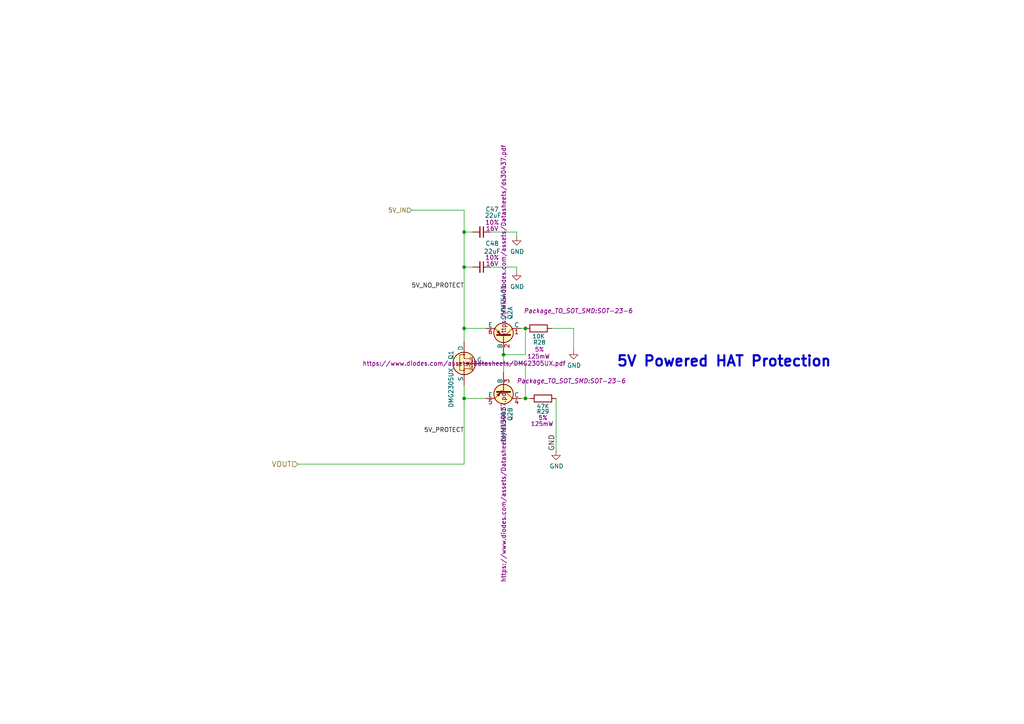
<source format=kicad_sch>
(kicad_sch (version 20230121) (generator eeschema)

  (uuid 53e5609f-98d5-4715-ba39-56687a9bb58a)

  (paper "A4")

  (lib_symbols
    (symbol "power:GND" (power) (pin_names (offset 0)) (in_bom yes) (on_board yes)
      (property "Reference" "#PWR" (at 0 -6.35 0)
        (effects (font (size 1.27 1.27)) hide)
      )
      (property "Value" "GND" (at 0 -3.81 0)
        (effects (font (size 1.27 1.27)))
      )
      (property "Footprint" "" (at 0 0 0)
        (effects (font (size 1.27 1.27)) hide)
      )
      (property "Datasheet" "" (at 0 0 0)
        (effects (font (size 1.27 1.27)) hide)
      )
      (property "ki_keywords" "global power" (at 0 0 0)
        (effects (font (size 1.27 1.27)) hide)
      )
      (property "ki_description" "Power symbol creates a global label with name \"GND\" , ground" (at 0 0 0)
        (effects (font (size 1.27 1.27)) hide)
      )
      (symbol "GND_0_1"
        (polyline
          (pts
            (xy 0 0)
            (xy 0 -1.27)
            (xy 1.27 -1.27)
            (xy 0 -2.54)
            (xy -1.27 -1.27)
            (xy 0 -1.27)
          )
          (stroke (width 0) (type default))
          (fill (type none))
        )
      )
      (symbol "GND_1_1"
        (pin power_in line (at 0 0 270) (length 0) hide
          (name "GND" (effects (font (size 1.27 1.27))))
          (number "1" (effects (font (size 1.27 1.27))))
        )
      )
    )
    (symbol "satnogs_controller-rescue:C_Small-Device" (pin_numbers hide) (pin_names (offset 0.254) hide) (in_bom yes) (on_board yes)
      (property "Reference" "C" (at 0.254 1.778 0)
        (effects (font (size 1.27 1.27)) (justify left))
      )
      (property "Value" "C_Small-Device" (at 0.254 -2.032 0)
        (effects (font (size 1.27 1.27)) (justify left))
      )
      (property "Footprint" "" (at 0 0 0)
        (effects (font (size 1.27 1.27)) hide)
      )
      (property "Datasheet" "" (at 0 0 0)
        (effects (font (size 1.27 1.27)) hide)
      )
      (property "ki_fp_filters" "C_*" (at 0 0 0)
        (effects (font (size 1.27 1.27)) hide)
      )
      (symbol "C_Small-Device_0_1"
        (polyline
          (pts
            (xy -1.524 -0.508)
            (xy 1.524 -0.508)
          )
          (stroke (width 0.3302) (type solid))
          (fill (type none))
        )
        (polyline
          (pts
            (xy -1.524 0.508)
            (xy 1.524 0.508)
          )
          (stroke (width 0.3048) (type solid))
          (fill (type none))
        )
      )
      (symbol "C_Small-Device_1_1"
        (pin passive line (at 0 2.54 270) (length 2.032)
          (name "~" (effects (font (size 1.27 1.27))))
          (number "1" (effects (font (size 1.27 1.27))))
        )
        (pin passive line (at 0 -2.54 90) (length 2.032)
          (name "~" (effects (font (size 1.27 1.27))))
          (number "2" (effects (font (size 1.27 1.27))))
        )
      )
    )
    (symbol "satnogs_controller-rescue:DMG2305UX-raspberrypi_hat" (pin_numbers hide) (pin_names (offset 0)) (in_bom yes) (on_board yes)
      (property "Reference" "Q" (at -2.54 3.81 0)
        (effects (font (size 1.27 1.27)) (justify right))
      )
      (property "Value" "DMG2305UX-raspberrypi_hat" (at 12.7 3.81 0)
        (effects (font (size 1.27 1.27)) (justify right))
      )
      (property "Footprint" "" (at 5.08 4.953 0)
        (effects (font (size 1.27 1.27)))
      )
      (property "Datasheet" "" (at -2.54 0 0)
        (effects (font (size 1.27 1.27)))
      )
      (property "ki_fp_filters" "SOT-23" (at 0 0 0)
        (effects (font (size 1.27 1.27)) hide)
      )
      (symbol "DMG2305UX-raspberrypi_hat_0_1"
        (polyline
          (pts
            (xy -2.54 0)
            (xy -2.286 0)
          )
          (stroke (width 0.254) (type solid))
          (fill (type none))
        )
        (polyline
          (pts
            (xy -1.778 -1.524)
            (xy 0 -1.524)
          )
          (stroke (width 0) (type solid))
          (fill (type none))
        )
        (polyline
          (pts
            (xy -1.778 -1.016)
            (xy -1.778 -2.032)
          )
          (stroke (width 0) (type solid))
          (fill (type none))
        )
        (polyline
          (pts
            (xy -1.778 0)
            (xy 0 0)
          )
          (stroke (width 0) (type solid))
          (fill (type none))
        )
        (polyline
          (pts
            (xy -1.778 0.508)
            (xy -1.778 -0.508)
          )
          (stroke (width 0) (type solid))
          (fill (type none))
        )
        (polyline
          (pts
            (xy -1.778 1.397)
            (xy 0 1.397)
          )
          (stroke (width 0) (type solid))
          (fill (type none))
        )
        (polyline
          (pts
            (xy -1.778 1.905)
            (xy -1.778 0.889)
          )
          (stroke (width 0) (type solid))
          (fill (type none))
        )
        (polyline
          (pts
            (xy 0 -2.032)
            (xy 0 -2.921)
          )
          (stroke (width 0) (type solid))
          (fill (type none))
        )
        (polyline
          (pts
            (xy 0 -1.778)
            (xy 0 0)
          )
          (stroke (width 0) (type solid))
          (fill (type none))
        )
        (polyline
          (pts
            (xy 0 -1.27)
            (xy 0 -2.032)
          )
          (stroke (width 0) (type solid))
          (fill (type none))
        )
        (polyline
          (pts
            (xy 0 1.524)
            (xy 0 2.794)
          )
          (stroke (width 0) (type solid))
          (fill (type none))
        )
        (polyline
          (pts
            (xy 0 2.159)
            (xy 0 1.397)
          )
          (stroke (width 0) (type solid))
          (fill (type none))
        )
        (polyline
          (pts
            (xy 0.889 -0.5334)
            (xy 1.6764 -0.508)
          )
          (stroke (width 0) (type solid))
          (fill (type none))
        )
        (polyline
          (pts
            (xy -2.286 1.778)
            (xy -2.286 -1.905)
            (xy -2.286 -1.397)
            (xy -2.286 -1.651)
          )
          (stroke (width 0.254) (type solid))
          (fill (type none))
        )
        (polyline
          (pts
            (xy -0.381 0)
            (xy -1.397 0.381)
            (xy -1.397 -0.381)
            (xy -0.381 0)
          )
          (stroke (width 0) (type solid))
          (fill (type outline))
        )
        (polyline
          (pts
            (xy 1.27 -0.4572)
            (xy 0.9906 0.1524)
            (xy 1.524 0.1524)
            (xy 1.2446 -0.4572)
          )
          (stroke (width 0) (type solid))
          (fill (type outline))
        )
        (polyline
          (pts
            (xy 0 2.54)
            (xy 1.27 2.54)
            (xy 1.27 0.508)
            (xy 1.27 -2.032)
            (xy 0 -2.032)
          )
          (stroke (width 0) (type solid))
          (fill (type none))
        )
        (circle (center 0 0) (radius 3.2512)
          (stroke (width 0.254) (type solid))
          (fill (type background))
        )
        (circle (center 0.0254 -2.032) (radius 0.1524)
          (stroke (width 0) (type solid))
          (fill (type outline))
        )
        (circle (center 0.0254 2.54) (radius 0.1778)
          (stroke (width 0) (type solid))
          (fill (type outline))
        )
      )
      (symbol "DMG2305UX-raspberrypi_hat_1_1"
        (pin input line (at -6.35 0 0) (length 3.81)
          (name "G" (effects (font (size 1.27 1.27))))
          (number "1" (effects (font (size 1.27 1.27))))
        )
        (pin passive line (at 0 -6.35 90) (length 3.81)
          (name "S" (effects (font (size 1.27 1.27))))
          (number "2" (effects (font (size 1.27 1.27))))
        )
        (pin passive line (at 0 6.35 270) (length 3.81)
          (name "D" (effects (font (size 1.27 1.27))))
          (number "3" (effects (font (size 1.27 1.27))))
        )
      )
    )
    (symbol "satnogs_controller-rescue:DMMT5401-raspberrypi_hat" (pin_names (offset 0)) (in_bom yes) (on_board yes)
      (property "Reference" "Q" (at 5.08 1.905 0)
        (effects (font (size 1.27 1.27)) (justify left))
      )
      (property "Value" "DMMT5401-raspberrypi_hat" (at 5.08 0 0)
        (effects (font (size 1.27 1.27)) (justify left))
      )
      (property "Footprint" "SOT-26" (at 5.08 -1.905 0)
        (effects (font (size 1.27 1.27) italic) (justify left))
      )
      (property "Datasheet" "" (at 0 0 0)
        (effects (font (size 1.27 1.27)) (justify left))
      )
      (property "ki_fp_filters" "SOT-26" (at 0 0 0)
        (effects (font (size 1.27 1.27)) hide)
      )
      (symbol "DMMT5401-raspberrypi_hat_0_1"
        (polyline
          (pts
            (xy 0 0)
            (xy 0.635 0)
          )
          (stroke (width 0) (type solid))
          (fill (type none))
        )
        (polyline
          (pts
            (xy 2.54 -2.54)
            (xy 0.635 -0.635)
          )
          (stroke (width 0) (type solid))
          (fill (type none))
        )
        (polyline
          (pts
            (xy 2.54 2.54)
            (xy 0.635 0.635)
          )
          (stroke (width 0) (type solid))
          (fill (type none))
        )
        (polyline
          (pts
            (xy 0.635 1.905)
            (xy 0.635 -1.905)
            (xy 0.635 -1.905)
          )
          (stroke (width 0.508) (type solid))
          (fill (type outline))
        )
        (polyline
          (pts
            (xy 1.397 -1.905)
            (xy 1.905 -1.397)
            (xy 0.889 -0.889)
            (xy 1.397 -1.905)
            (xy 1.397 -1.905)
          )
          (stroke (width 0) (type solid))
          (fill (type outline))
        )
        (circle (center 1.27 0) (radius 2.8194)
          (stroke (width 0.254) (type solid))
          (fill (type background))
        )
      )
      (symbol "DMMT5401-raspberrypi_hat_1_1"
        (pin passive line (at 2.54 5.08 270) (length 2.54)
          (name "C" (effects (font (size 1.27 1.27))))
          (number "1" (effects (font (size 1.27 1.27))))
        )
        (pin input line (at -5.08 0 0) (length 5.08)
          (name "B" (effects (font (size 1.27 1.27))))
          (number "2" (effects (font (size 1.27 1.27))))
        )
        (pin passive line (at 2.54 -5.08 90) (length 2.54)
          (name "E" (effects (font (size 1.27 1.27))))
          (number "6" (effects (font (size 1.27 1.27))))
        )
      )
      (symbol "DMMT5401-raspberrypi_hat_2_1"
        (pin input line (at -5.08 0 0) (length 5.08)
          (name "B" (effects (font (size 1.27 1.27))))
          (number "3" (effects (font (size 1.27 1.27))))
        )
        (pin passive line (at 2.54 5.08 270) (length 2.54)
          (name "C" (effects (font (size 1.27 1.27))))
          (number "4" (effects (font (size 1.27 1.27))))
        )
        (pin passive line (at 2.54 -5.08 90) (length 2.54)
          (name "E" (effects (font (size 1.27 1.27))))
          (number "5" (effects (font (size 1.27 1.27))))
        )
      )
    )
    (symbol "satnogs_controller-rescue:GND-power" (power) (pin_names (offset 0)) (in_bom yes) (on_board yes)
      (property "Reference" "#PWR" (at 0 -6.35 0)
        (effects (font (size 1.27 1.27)) hide)
      )
      (property "Value" "GND-power" (at 0 -3.81 0)
        (effects (font (size 1.27 1.27)))
      )
      (property "Footprint" "" (at 0 0 0)
        (effects (font (size 1.27 1.27)) hide)
      )
      (property "Datasheet" "" (at 0 0 0)
        (effects (font (size 1.27 1.27)) hide)
      )
      (symbol "GND-power_0_1"
        (polyline
          (pts
            (xy 0 0)
            (xy 0 -1.27)
            (xy 1.27 -1.27)
            (xy 0 -2.54)
            (xy -1.27 -1.27)
            (xy 0 -1.27)
          )
          (stroke (width 0) (type solid))
          (fill (type none))
        )
      )
      (symbol "GND-power_1_1"
        (pin power_in line (at 0 0 270) (length 0) hide
          (name "GND" (effects (font (size 1.27 1.27))))
          (number "1" (effects (font (size 1.27 1.27))))
        )
      )
    )
    (symbol "satnogs_controller-rescue:R-Device" (pin_numbers hide) (pin_names (offset 0)) (in_bom yes) (on_board yes)
      (property "Reference" "R" (at 2.032 0 90)
        (effects (font (size 1.27 1.27)))
      )
      (property "Value" "R-Device" (at 0 0 90)
        (effects (font (size 1.27 1.27)))
      )
      (property "Footprint" "" (at -1.778 0 90)
        (effects (font (size 1.27 1.27)) hide)
      )
      (property "Datasheet" "" (at 0 0 0)
        (effects (font (size 1.27 1.27)) hide)
      )
      (property "ki_fp_filters" "R_*" (at 0 0 0)
        (effects (font (size 1.27 1.27)) hide)
      )
      (symbol "R-Device_0_1"
        (rectangle (start -1.016 -2.54) (end 1.016 2.54)
          (stroke (width 0.254) (type solid))
          (fill (type none))
        )
      )
      (symbol "R-Device_1_1"
        (pin passive line (at 0 3.81 270) (length 1.27)
          (name "~" (effects (font (size 1.27 1.27))))
          (number "1" (effects (font (size 1.27 1.27))))
        )
        (pin passive line (at 0 -3.81 90) (length 1.27)
          (name "~" (effects (font (size 1.27 1.27))))
          (number "2" (effects (font (size 1.27 1.27))))
        )
      )
    )
  )

  (junction (at 152.4 95.25) (diameter 0) (color 0 0 0 0)
    (uuid 0a31a784-fc14-4591-9254-ae075a2ffea0)
  )
  (junction (at 134.62 115.57) (diameter 0) (color 0 0 0 0)
    (uuid 3fdccb9a-eb8c-4c90-aeba-41e3d69040be)
  )
  (junction (at 134.62 95.25) (diameter 0) (color 0 0 0 0)
    (uuid a4215ba0-c3f0-4736-a5c8-49b35ae3110d)
  )
  (junction (at 152.4 115.57) (diameter 0) (color 0 0 0 0)
    (uuid b0fd100d-6752-44d6-bcc4-1e304c2018e2)
  )
  (junction (at 134.62 77.47) (diameter 0) (color 0 0 0 0)
    (uuid d2fed349-d3e7-4496-8a7f-a9be5d950bb7)
  )
  (junction (at 134.62 67.31) (diameter 0) (color 0 0 0 0)
    (uuid e176b90f-1a3c-4b4d-9958-a9a489627f10)
  )
  (junction (at 146.05 102.87) (diameter 0) (color 0 0 0 0)
    (uuid fdcad953-91c6-4fd7-883a-af95e9cce56f)
  )

  (wire (pts (xy 161.29 115.57) (xy 161.29 130.81))
    (stroke (width 0) (type default))
    (uuid 0eecc2fa-c701-42e5-a6b0-c00f28f4eddc)
  )
  (wire (pts (xy 134.62 115.57) (xy 134.62 134.62))
    (stroke (width 0) (type default))
    (uuid 17f28b2b-edce-4c56-96ed-c855bedf506b)
  )
  (wire (pts (xy 152.4 102.87) (xy 152.4 95.25))
    (stroke (width 0) (type default))
    (uuid 1a982658-7888-49c2-b7e1-348573cbc83d)
  )
  (wire (pts (xy 142.24 77.47) (xy 149.86 77.47))
    (stroke (width 0) (type default))
    (uuid 39cb36b8-a84e-4fb6-a1a5-0d95557951cf)
  )
  (wire (pts (xy 134.62 111.76) (xy 134.62 115.57))
    (stroke (width 0) (type default))
    (uuid 3dbbfffd-4118-4b50-a84b-1fa48011fead)
  )
  (wire (pts (xy 166.37 95.25) (xy 160.02 95.25))
    (stroke (width 0) (type default))
    (uuid 3e7a66b2-72d9-42fd-bf78-19c9dce07eb3)
  )
  (wire (pts (xy 149.86 67.31) (xy 149.86 68.58))
    (stroke (width 0) (type default))
    (uuid 4351c282-b0b7-420f-8c7e-d01cf9614bf3)
  )
  (wire (pts (xy 134.62 95.25) (xy 140.97 95.25))
    (stroke (width 0) (type default))
    (uuid 445eeb42-9c46-4bc1-8634-0b1665a91e46)
  )
  (wire (pts (xy 166.37 95.25) (xy 166.37 101.6))
    (stroke (width 0) (type default))
    (uuid 44a34b3f-1a1e-44fc-88c9-4caa5bc6b254)
  )
  (wire (pts (xy 153.67 115.57) (xy 152.4 115.57))
    (stroke (width 0) (type default))
    (uuid 4ca2598a-7377-4b8a-a860-502675898eee)
  )
  (wire (pts (xy 134.62 67.31) (xy 134.62 77.47))
    (stroke (width 0) (type default))
    (uuid 5bda96a1-efc6-499c-aea8-46becebf8d8e)
  )
  (wire (pts (xy 146.05 107.95) (xy 146.05 102.87))
    (stroke (width 0) (type default))
    (uuid 6339fc37-50d1-4a66-b40f-09b3aaa28764)
  )
  (wire (pts (xy 146.05 102.87) (xy 152.4 102.87))
    (stroke (width 0) (type default))
    (uuid 648f1c9e-65fc-4c32-92b1-9f2578cac67f)
  )
  (wire (pts (xy 149.86 77.47) (xy 149.86 78.74))
    (stroke (width 0) (type default))
    (uuid 6b444f5c-00df-4309-8664-dc569283514b)
  )
  (wire (pts (xy 134.62 67.31) (xy 137.16 67.31))
    (stroke (width 0) (type default))
    (uuid 6ce6f81d-b860-4efe-9739-f67f16cefde9)
  )
  (wire (pts (xy 134.62 115.57) (xy 140.97 115.57))
    (stroke (width 0) (type default))
    (uuid 6e9773f5-4107-45a5-b78b-4fc443540118)
  )
  (wire (pts (xy 134.62 77.47) (xy 137.16 77.47))
    (stroke (width 0) (type default))
    (uuid 7bae91c8-d55b-4e37-8907-1b2b75a9cb3f)
  )
  (wire (pts (xy 134.62 77.47) (xy 134.62 95.25))
    (stroke (width 0) (type default))
    (uuid 7d6d34b5-25b9-44a4-b964-876257187510)
  )
  (wire (pts (xy 86.36 134.62) (xy 134.62 134.62))
    (stroke (width 0) (type default))
    (uuid 86feaa0f-8bd0-4175-8d0a-011b677d43dc)
  )
  (wire (pts (xy 134.62 60.96) (xy 134.62 67.31))
    (stroke (width 0) (type default))
    (uuid 8f3d48a8-c374-4351-86ed-400a18ab2c2e)
  )
  (wire (pts (xy 151.13 95.25) (xy 152.4 95.25))
    (stroke (width 0) (type default))
    (uuid 9a209db3-96c9-4f99-8aa9-95ffa7d2bb0f)
  )
  (wire (pts (xy 134.62 95.25) (xy 134.62 99.06))
    (stroke (width 0) (type default))
    (uuid d4a3b1e0-2e60-4515-9502-9a99482f5275)
  )
  (wire (pts (xy 142.24 67.31) (xy 149.86 67.31))
    (stroke (width 0) (type default))
    (uuid dcaca3d9-92a4-462e-b433-4dd4a364b414)
  )
  (wire (pts (xy 152.4 105.41) (xy 152.4 115.57))
    (stroke (width 0) (type default))
    (uuid dd12fa14-68c5-484a-8e82-3d6c19fd4f27)
  )
  (wire (pts (xy 140.97 105.41) (xy 152.4 105.41))
    (stroke (width 0) (type default))
    (uuid e8a9a08e-7ee1-49be-88eb-2dddf52c82d0)
  )
  (wire (pts (xy 134.62 60.96) (xy 119.38 60.96))
    (stroke (width 0) (type default))
    (uuid f15ebef4-6a74-4149-b977-99a2805a6b6f)
  )
  (wire (pts (xy 151.13 115.57) (xy 152.4 115.57))
    (stroke (width 0) (type default))
    (uuid f35e8ca7-8f53-4712-adfa-828f65210ee2)
  )

  (text "5V Powered HAT Protection" (at 241.3 106.68 0)
    (effects (font (size 2.9972 2.9972) (thickness 0.5994) bold) (justify right bottom))
    (uuid e10a2faf-0764-4203-937e-a1694f21ddcc)
  )

  (label "5V_NO_PROTECT" (at 134.62 83.82 180) (fields_autoplaced)
    (effects (font (size 1.27 1.27)) (justify right bottom))
    (uuid 46876ee9-fc7e-46e7-8004-072f03afbe44)
  )
  (label "GND" (at 161.29 130.81 90) (fields_autoplaced)
    (effects (font (size 1.524 1.524)) (justify left bottom))
    (uuid 621f4107-3d73-453a-9f1e-a4bc2fe2fb20)
  )
  (label "5V_PROTECT" (at 134.62 125.73 180) (fields_autoplaced)
    (effects (font (size 1.27 1.27)) (justify right bottom))
    (uuid 9504acd1-5091-4100-878b-6d0e38c2be74)
  )

  (hierarchical_label "5V_IN" (shape input) (at 119.38 60.96 180) (fields_autoplaced)
    (effects (font (size 1.27 1.27)) (justify right))
    (uuid 1801e523-8810-43c4-9c6f-00d2a79c4e61)
  )
  (hierarchical_label "VOUT" (shape input) (at 86.36 134.62 180) (fields_autoplaced)
    (effects (font (size 1.524 1.524)) (justify right))
    (uuid 2ea9329e-90f9-44da-9924-8f5b914a39df)
  )

  (symbol (lib_id "satnogs_controller-rescue:DMG2305UX-raspberrypi_hat") (at 134.62 105.41 0) (mirror y) (unit 1)
    (in_bom yes) (on_board yes) (dnp no)
    (uuid 302b95d7-1592-43df-8c2a-7f63ebba10ad)
    (property "Reference" "Q1" (at 130.81 101.6 90)
      (effects (font (size 1.27 1.27)) (justify right))
    )
    (property "Value" "DMG2305UX" (at 130.81 106.68 90)
      (effects (font (size 1.27 1.27)) (justify right))
    )
    (property "Footprint" "Package_TO_SOT_SMD:SOT-23" (at 129.54 102.87 0)
      (effects (font (size 1.27 1.27)) hide)
    )
    (property "Datasheet" "https://www.diodes.com/assets/Datasheets/DMG2305UX.pdf" (at 134.62 105.41 0)
      (effects (font (size 1.27 1.27)))
    )
    (property "Supplier" "Digikey" (at 134.62 105.41 0)
      (effects (font (size 1.27 1.27)) hide)
    )
    (property "Supplier part number" "DMG2305UX-7" (at 134.62 105.41 0)
      (effects (font (size 1.27 1.27)) hide)
    )
    (pin "1" (uuid a5a190fb-e6ed-4835-9021-9c3b03d49850))
    (pin "2" (uuid 16dc17bf-7d44-486e-92c9-a796aaeefae7))
    (pin "3" (uuid f93054d4-faee-43a6-aae0-2710bacf1692))
    (instances
      (project "fluidics"
        (path "/5aff9a6f-f35d-45e7-96e9-9f7161704ccd/82f17621-fbfd-454c-bb5d-ac612fea99d6"
          (reference "Q1") (unit 1)
        )
      )
      (project "RPi_HAT"
        (path "/66da55b6-201f-4960-83ee-6392bc203a2d/00000000-0000-0000-0000-00005ff67b1a"
          (reference "Q1") (unit 1)
        )
      )
      (project "RPi_PSU"
        (path "/6e22f5f8-6f6b-41ee-b9bc-3b7f6443ef15/d55e41de-2c6a-4237-9a64-7f03ed8375b9"
          (reference "Q1") (unit 1)
        )
      )
    )
  )

  (symbol (lib_id "satnogs_controller-rescue:R-Device") (at 156.21 95.25 270) (unit 1)
    (in_bom yes) (on_board yes) (dnp no)
    (uuid 38cbef87-8f4e-462b-9f5f-ae42c6df2763)
    (property "Reference" "R28" (at 156.464 99.314 90)
      (effects (font (size 1.2 1.2)))
    )
    (property "Value" "10K" (at 156.21 97.536 90)
      (effects (font (size 1.2 1.2)))
    )
    (property "Footprint" "Resistor_SMD:R_0805_2012Metric_Pad1.20x1.40mm_HandSolder" (at 156.21 93.472 90)
      (effects (font (size 1.27 1.27)) hide)
    )
    (property "Datasheet" "https://www.seielect.com/catalog/sei-rmcf_rmcp.pdf" (at 156.21 95.25 0)
      (effects (font (size 1.27 1.27)) hide)
    )
    (property "Power" "125mW" (at 156.21 103.378 90)
      (effects (font (size 1.2 1.2)))
    )
    (property "Tolerance" "5%" (at 156.464 101.346 90)
      (effects (font (size 1.2 1.2)))
    )
    (property "Supplier" "Digikey" (at 156.21 95.25 0)
      (effects (font (size 1.27 1.27)) hide)
    )
    (property "Supplier part number" "RMCF0805JT10K0" (at 156.21 95.25 0)
      (effects (font (size 1.27 1.27)) hide)
    )
    (pin "1" (uuid 58fcb8b8-b839-4103-942c-0e0f85785d2b))
    (pin "2" (uuid 4d9acea1-be6d-403e-952b-02eee9eed409))
    (instances
      (project "fluidics"
        (path "/5aff9a6f-f35d-45e7-96e9-9f7161704ccd/82f17621-fbfd-454c-bb5d-ac612fea99d6"
          (reference "R28") (unit 1)
        )
      )
      (project "RPi_HAT"
        (path "/66da55b6-201f-4960-83ee-6392bc203a2d/00000000-0000-0000-0000-00005ff67b1a"
          (reference "R23") (unit 1)
        )
      )
      (project "RPi_PSU"
        (path "/6e22f5f8-6f6b-41ee-b9bc-3b7f6443ef15/d55e41de-2c6a-4237-9a64-7f03ed8375b9"
          (reference "R4") (unit 1)
        )
      )
    )
  )

  (symbol (lib_id "satnogs_controller-rescue:DMMT5401-raspberrypi_hat") (at 146.05 113.03 270) (unit 2)
    (in_bom yes) (on_board yes) (dnp no)
    (uuid 4eb5f647-22d1-44a6-a80f-fa9915f9d67e)
    (property "Reference" "Q2" (at 147.955 118.11 0)
      (effects (font (size 1.27 1.27)) (justify left))
    )
    (property "Value" "DMMT5401" (at 146.05 118.11 0)
      (effects (font (size 1.27 1.27)) (justify left))
    )
    (property "Footprint" "Package_TO_SOT_SMD:SOT-23-6" (at 149.86 110.49 90)
      (effects (font (size 1.27 1.27) italic) (justify left))
    )
    (property "Datasheet" "https://www.diodes.com/assets/Datasheets/ds30437.pdf" (at 146.05 113.03 0)
      (effects (font (size 1.27 1.27)) (justify left))
    )
    (property "Supplier" "Digikey" (at 146.05 113.03 0)
      (effects (font (size 1.27 1.27)) hide)
    )
    (property "Supplier part number" "DMMT5401-7-F" (at 146.05 113.03 0)
      (effects (font (size 1.27 1.27)) hide)
    )
    (pin "1" (uuid 975300e4-523b-463e-b462-142f4e65c13a))
    (pin "2" (uuid da9cc76e-ef4b-449e-a120-2fd72db8e2de))
    (pin "6" (uuid 7b41d2ea-e910-4cd8-abfe-d9be6878c47c))
    (pin "3" (uuid 8b10b7a1-f559-4485-9f3d-bc965a1443e5))
    (pin "4" (uuid 16cf7d2a-7dcd-47e3-bb8b-942632327a00))
    (pin "5" (uuid 0ff8012a-78fa-40fc-bc5c-17102540ee92))
    (instances
      (project "fluidics"
        (path "/5aff9a6f-f35d-45e7-96e9-9f7161704ccd/82f17621-fbfd-454c-bb5d-ac612fea99d6"
          (reference "Q2") (unit 2)
        )
      )
      (project "RPi_HAT"
        (path "/66da55b6-201f-4960-83ee-6392bc203a2d/00000000-0000-0000-0000-00005ff67b1a"
          (reference "Q2") (unit 2)
        )
      )
      (project "RPi_PSU"
        (path "/6e22f5f8-6f6b-41ee-b9bc-3b7f6443ef15/d55e41de-2c6a-4237-9a64-7f03ed8375b9"
          (reference "Q2") (unit 2)
        )
      )
    )
  )

  (symbol (lib_id "satnogs_controller-rescue:R-Device") (at 157.48 115.57 270) (unit 1)
    (in_bom yes) (on_board yes) (dnp no)
    (uuid 72026367-e50a-42aa-a51a-1158ecfcae74)
    (property "Reference" "R29" (at 157.48 119.38 90)
      (effects (font (size 1.2 1.2)))
    )
    (property "Value" "47K" (at 157.48 117.856 90)
      (effects (font (size 1.2 1.2)))
    )
    (property "Footprint" "Resistor_SMD:R_0805_2012Metric_Pad1.20x1.40mm_HandSolder" (at 157.48 113.792 90)
      (effects (font (size 1.27 1.27)) hide)
    )
    (property "Datasheet" "https://www.seielect.com/catalog/sei-rmcf_rmcp.pdf" (at 157.48 115.57 0)
      (effects (font (size 1.27 1.27)) hide)
    )
    (property "Power" "125mW" (at 157.226 122.936 90)
      (effects (font (size 1.2 1.2)))
    )
    (property "Tolerance" "5%" (at 157.48 121.158 90)
      (effects (font (size 1.2 1.2)))
    )
    (property "Supplier" "Digikey" (at 157.48 115.57 0)
      (effects (font (size 1.27 1.27)) hide)
    )
    (property "Supplier part number" "RMCF0805JT47K0" (at 157.48 115.57 0)
      (effects (font (size 1.27 1.27)) hide)
    )
    (pin "1" (uuid 0f727eec-3ead-415c-8f25-db45d4a28173))
    (pin "2" (uuid e8c37505-cacc-4e58-8db7-e1ef5767953b))
    (instances
      (project "fluidics"
        (path "/5aff9a6f-f35d-45e7-96e9-9f7161704ccd/82f17621-fbfd-454c-bb5d-ac612fea99d6"
          (reference "R29") (unit 1)
        )
      )
      (project "RPi_HAT"
        (path "/66da55b6-201f-4960-83ee-6392bc203a2d/00000000-0000-0000-0000-00005ff67b1a"
          (reference "R24") (unit 1)
        )
      )
      (project "RPi_PSU"
        (path "/6e22f5f8-6f6b-41ee-b9bc-3b7f6443ef15/d55e41de-2c6a-4237-9a64-7f03ed8375b9"
          (reference "R5") (unit 1)
        )
      )
    )
  )

  (symbol (lib_id "power:GND") (at 149.86 68.58 0) (unit 1)
    (in_bom yes) (on_board yes) (dnp no)
    (uuid 76043282-8b90-4a71-8978-235d3d73a717)
    (property "Reference" "#PWR0117" (at 149.86 74.93 0)
      (effects (font (size 1.27 1.27)) hide)
    )
    (property "Value" "GND" (at 149.987 72.9742 0)
      (effects (font (size 1.27 1.27)))
    )
    (property "Footprint" "" (at 149.86 68.58 0)
      (effects (font (size 1.27 1.27)) hide)
    )
    (property "Datasheet" "" (at 149.86 68.58 0)
      (effects (font (size 1.27 1.27)) hide)
    )
    (pin "1" (uuid 39c37c9a-0f3a-48d9-80f6-b25524c40016))
    (instances
      (project "fluidics"
        (path "/5aff9a6f-f35d-45e7-96e9-9f7161704ccd/82f17621-fbfd-454c-bb5d-ac612fea99d6"
          (reference "#PWR0117") (unit 1)
        )
      )
      (project "RPi_HAT"
        (path "/66da55b6-201f-4960-83ee-6392bc203a2d/00000000-0000-0000-0000-00005ff67b1a"
          (reference "#PWR?") (unit 1)
        )
      )
      (project "RPi_PSU"
        (path "/6e22f5f8-6f6b-41ee-b9bc-3b7f6443ef15/d55e41de-2c6a-4237-9a64-7f03ed8375b9"
          (reference "#PWR08") (unit 1)
        )
      )
    )
  )

  (symbol (lib_id "satnogs_controller-rescue:C_Small-Device") (at 139.7 67.31 270) (unit 1)
    (in_bom yes) (on_board yes) (dnp no)
    (uuid 7d584736-2947-4ec3-a413-5dba651ee7d5)
    (property "Reference" "C47" (at 142.748 60.706 90)
      (effects (font (size 1.27 1.27)))
    )
    (property "Value" "22uF" (at 143.002 62.484 90)
      (effects (font (size 1.27 1.27)))
    )
    (property "Footprint" "Capacitor_SMD:C_0805_2012Metric_Pad1.18x1.45mm_HandSolder" (at 139.7 67.31 0)
      (effects (font (size 1.27 1.27)) hide)
    )
    (property "Datasheet" "https://mm.digikey.com/Volume0/opasdata/d220001/medias/docus/2158/CL21A226KOQNNNG_Spec.pdf" (at 139.7 67.31 0)
      (effects (font (size 1.27 1.27)) hide)
    )
    (property "Tolerance" "10%" (at 142.748 64.516 90)
      (effects (font (size 1.27 1.27)))
    )
    (property "Voltage" "16V" (at 142.748 66.294 90)
      (effects (font (size 1.27 1.27)))
    )
    (property "Supplier" "DigiKey" (at 139.7 67.31 0)
      (effects (font (size 1.27 1.27)) hide)
    )
    (property "Supplier part number" "CL21A226KOQNNNG" (at 139.7 67.31 0)
      (effects (font (size 1.27 1.27)) hide)
    )
    (pin "1" (uuid 18dd4438-3c90-4241-ae06-e71f87621332))
    (pin "2" (uuid 8eb2630e-777e-43ab-9df0-72532d506867))
    (instances
      (project "fluidics"
        (path "/5aff9a6f-f35d-45e7-96e9-9f7161704ccd/82f17621-fbfd-454c-bb5d-ac612fea99d6"
          (reference "C47") (unit 1)
        )
      )
      (project "RPi_HAT"
        (path "/66da55b6-201f-4960-83ee-6392bc203a2d/00000000-0000-0000-0000-00005ff67b1a"
          (reference "C22") (unit 1)
        )
      )
      (project "RPi_PSU"
        (path "/6e22f5f8-6f6b-41ee-b9bc-3b7f6443ef15/d55e41de-2c6a-4237-9a64-7f03ed8375b9"
          (reference "C8") (unit 1)
        )
      )
    )
  )

  (symbol (lib_id "satnogs_controller-rescue:GND-power") (at 161.29 130.81 0) (unit 1)
    (in_bom yes) (on_board yes) (dnp no)
    (uuid 8ee88051-b3a6-421f-a299-1bc282ddf2d1)
    (property "Reference" "#PWR0119" (at 161.29 137.16 0)
      (effects (font (size 1.27 1.27)) hide)
    )
    (property "Value" "GND" (at 161.417 135.2042 0)
      (effects (font (size 1.27 1.27)))
    )
    (property "Footprint" "" (at 161.29 130.81 0)
      (effects (font (size 1.27 1.27)) hide)
    )
    (property "Datasheet" "" (at 161.29 130.81 0)
      (effects (font (size 1.27 1.27)) hide)
    )
    (pin "1" (uuid a87a9ded-8bed-478a-8d8a-46079960dcda))
    (instances
      (project "fluidics"
        (path "/5aff9a6f-f35d-45e7-96e9-9f7161704ccd/82f17621-fbfd-454c-bb5d-ac612fea99d6"
          (reference "#PWR0119") (unit 1)
        )
      )
      (project "RPi_HAT"
        (path "/66da55b6-201f-4960-83ee-6392bc203a2d/00000000-0000-0000-0000-00005ff67b1a"
          (reference "#PWR044") (unit 1)
        )
      )
      (project "RPi_PSU"
        (path "/6e22f5f8-6f6b-41ee-b9bc-3b7f6443ef15/d55e41de-2c6a-4237-9a64-7f03ed8375b9"
          (reference "#PWR011") (unit 1)
        )
      )
    )
  )

  (symbol (lib_id "satnogs_controller-rescue:GND-power") (at 166.37 101.6 0) (unit 1)
    (in_bom yes) (on_board yes) (dnp no)
    (uuid cde86dfb-9163-4bc0-b37a-99154f78d265)
    (property "Reference" "#PWR0120" (at 166.37 107.95 0)
      (effects (font (size 1.27 1.27)) hide)
    )
    (property "Value" "GND" (at 166.497 105.9942 0)
      (effects (font (size 1.27 1.27)))
    )
    (property "Footprint" "" (at 166.37 101.6 0)
      (effects (font (size 1.27 1.27)) hide)
    )
    (property "Datasheet" "" (at 166.37 101.6 0)
      (effects (font (size 1.27 1.27)) hide)
    )
    (pin "1" (uuid 7301e4d3-d6e2-4ce0-a7d7-8c5007db43c6))
    (instances
      (project "fluidics"
        (path "/5aff9a6f-f35d-45e7-96e9-9f7161704ccd/82f17621-fbfd-454c-bb5d-ac612fea99d6"
          (reference "#PWR0120") (unit 1)
        )
      )
      (project "RPi_HAT"
        (path "/66da55b6-201f-4960-83ee-6392bc203a2d/00000000-0000-0000-0000-00005ff67b1a"
          (reference "#PWR?") (unit 1)
        )
      )
      (project "RPi_PSU"
        (path "/6e22f5f8-6f6b-41ee-b9bc-3b7f6443ef15/d55e41de-2c6a-4237-9a64-7f03ed8375b9"
          (reference "#PWR010") (unit 1)
        )
      )
    )
  )

  (symbol (lib_id "satnogs_controller-rescue:C_Small-Device") (at 139.7 77.47 270) (unit 1)
    (in_bom yes) (on_board yes) (dnp no)
    (uuid cfa5fcaa-9708-4729-8ff9-e972bacb2410)
    (property "Reference" "C48" (at 142.748 70.612 90)
      (effects (font (size 1.27 1.27)))
    )
    (property "Value" "22uF" (at 142.748 72.9234 90)
      (effects (font (size 1.27 1.27)))
    )
    (property "Footprint" "Capacitor_SMD:C_0805_2012Metric_Pad1.18x1.45mm_HandSolder" (at 139.7 77.47 0)
      (effects (font (size 1.27 1.27)) hide)
    )
    (property "Datasheet" "https://mm.digikey.com/Volume0/opasdata/d220001/medias/docus/2158/CL21A226KOQNNNG_Spec.pdf" (at 139.7 77.47 0)
      (effects (font (size 1.27 1.27)) hide)
    )
    (property "Tolerance" "10%" (at 142.748 74.676 90)
      (effects (font (size 1.27 1.27)))
    )
    (property "Voltage" "16V" (at 142.748 76.454 90)
      (effects (font (size 1.27 1.27)))
    )
    (property "Supplier" "DigiKey" (at 139.7 77.47 0)
      (effects (font (size 1.27 1.27)) hide)
    )
    (property "Supplier part number" "CL21A226KOQNNNG" (at 139.7 77.47 0)
      (effects (font (size 1.27 1.27)) hide)
    )
    (pin "1" (uuid c9be6b61-4960-426a-8ac1-633789d5b9ee))
    (pin "2" (uuid 7b901360-b148-45b3-9ce2-017f5e3bbc64))
    (instances
      (project "fluidics"
        (path "/5aff9a6f-f35d-45e7-96e9-9f7161704ccd/82f17621-fbfd-454c-bb5d-ac612fea99d6"
          (reference "C48") (unit 1)
        )
      )
      (project "RPi_HAT"
        (path "/66da55b6-201f-4960-83ee-6392bc203a2d/00000000-0000-0000-0000-00005ff67b1a"
          (reference "C23") (unit 1)
        )
      )
      (project "RPi_PSU"
        (path "/6e22f5f8-6f6b-41ee-b9bc-3b7f6443ef15/d55e41de-2c6a-4237-9a64-7f03ed8375b9"
          (reference "C9") (unit 1)
        )
      )
    )
  )

  (symbol (lib_id "power:GND") (at 149.86 78.74 0) (unit 1)
    (in_bom yes) (on_board yes) (dnp no)
    (uuid ef853182-527c-42ef-adeb-538b9c341741)
    (property "Reference" "#PWR0118" (at 149.86 85.09 0)
      (effects (font (size 1.27 1.27)) hide)
    )
    (property "Value" "GND" (at 149.987 83.1342 0)
      (effects (font (size 1.27 1.27)))
    )
    (property "Footprint" "" (at 149.86 78.74 0)
      (effects (font (size 1.27 1.27)) hide)
    )
    (property "Datasheet" "" (at 149.86 78.74 0)
      (effects (font (size 1.27 1.27)) hide)
    )
    (pin "1" (uuid 3e0dd6c2-a22c-4e69-9a0b-9ff444489d55))
    (instances
      (project "fluidics"
        (path "/5aff9a6f-f35d-45e7-96e9-9f7161704ccd/82f17621-fbfd-454c-bb5d-ac612fea99d6"
          (reference "#PWR0118") (unit 1)
        )
      )
      (project "RPi_HAT"
        (path "/66da55b6-201f-4960-83ee-6392bc203a2d/00000000-0000-0000-0000-00005ff67b1a"
          (reference "#PWR?") (unit 1)
        )
      )
      (project "RPi_PSU"
        (path "/6e22f5f8-6f6b-41ee-b9bc-3b7f6443ef15/d55e41de-2c6a-4237-9a64-7f03ed8375b9"
          (reference "#PWR09") (unit 1)
        )
      )
    )
  )

  (symbol (lib_id "satnogs_controller-rescue:DMMT5401-raspberrypi_hat") (at 146.05 97.79 270) (mirror x) (unit 1)
    (in_bom yes) (on_board yes) (dnp no)
    (uuid f7191d7b-c35e-474d-99e0-ac67fcfefd2b)
    (property "Reference" "Q2" (at 147.955 92.71 0)
      (effects (font (size 1.27 1.27)) (justify left))
    )
    (property "Value" "DMMT5401" (at 146.05 92.71 0)
      (effects (font (size 1.27 1.27)) (justify left))
    )
    (property "Footprint" "Package_TO_SOT_SMD:SOT-23-6" (at 151.892 90.17 90)
      (effects (font (size 1.27 1.27) italic) (justify left))
    )
    (property "Datasheet" "https://www.diodes.com/assets/Datasheets/ds30437.pdf" (at 146.05 97.79 0)
      (effects (font (size 1.27 1.27)) (justify left))
    )
    (property "Supplier" "Digikey" (at 146.05 97.79 0)
      (effects (font (size 1.27 1.27)) hide)
    )
    (property "Supplier part number" "DMMT5401-7-F" (at 146.05 97.79 0)
      (effects (font (size 1.27 1.27)) hide)
    )
    (pin "1" (uuid 9eee112a-2937-4435-9ac0-c421f09eec3f))
    (pin "2" (uuid bcb6ab96-f355-43d3-8f53-cd33ec75ec9f))
    (pin "6" (uuid a96a3214-dcc7-407f-9bce-8e8d1a691cb1))
    (pin "3" (uuid e3d9777c-4d45-4824-bd20-f66cd49b422b))
    (pin "4" (uuid 72ea56b5-383c-4caa-b70d-88abc09e600e))
    (pin "5" (uuid 00aa4903-b065-4513-b918-ecbb67db5492))
    (instances
      (project "fluidics"
        (path "/5aff9a6f-f35d-45e7-96e9-9f7161704ccd/82f17621-fbfd-454c-bb5d-ac612fea99d6"
          (reference "Q2") (unit 1)
        )
      )
      (project "RPi_HAT"
        (path "/66da55b6-201f-4960-83ee-6392bc203a2d/00000000-0000-0000-0000-00005ff67b1a"
          (reference "Q2") (unit 1)
        )
      )
      (project "RPi_PSU"
        (path "/6e22f5f8-6f6b-41ee-b9bc-3b7f6443ef15/d55e41de-2c6a-4237-9a64-7f03ed8375b9"
          (reference "Q2") (unit 1)
        )
      )
    )
  )
)

</source>
